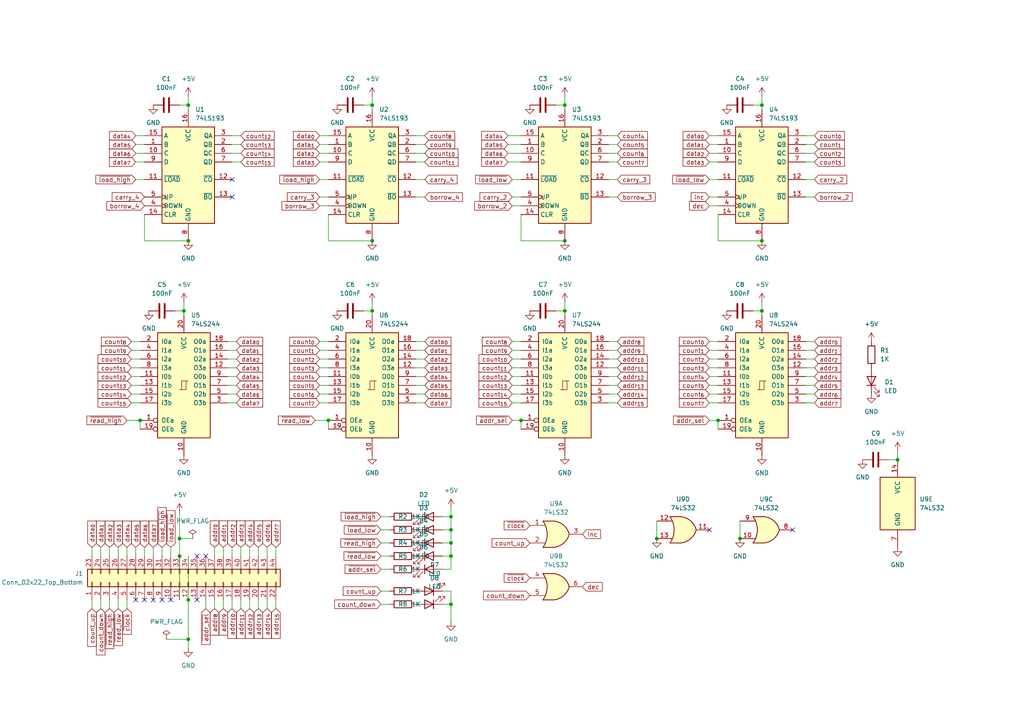
<source format=kicad_sch>
(kicad_sch (version 20250114) (generator "eeschema") (generator_version "9.0")
  (paper "A4")
  (junction (at 95.25 121.92))
  (junction (at 214.63 156.21))
  (junction (at 54.61 173.99))
  (junction (at 130.81 175.26))
  (junction (at 53.34 90.17))
  (junction (at 54.61 69.85))
  (junction (at 52.07 161.29))
  (junction (at 130.81 149.86))
  (junction (at 107.95 30.48))
  (junction (at 54.61 185.42))
  (junction (at 220.98 69.85))
  (junction (at 40.64 121.92))
  (junction (at 163.83 90.17))
  (junction (at 220.98 90.17))
  (junction (at 220.98 30.48))
  (junction (at 260.35 133.35))
  (junction (at 208.28 121.92))
  (junction (at 130.81 161.29))
  (junction (at 130.81 157.48))
  (junction (at 163.83 30.48))
  (junction (at 151.13 121.92))
  (junction (at 107.95 69.85))
  (junction (at 130.81 153.67))
  (junction (at 107.95 90.17))
  (junction (at 52.07 156.21))
  (junction (at 190.5 156.21))
  (junction (at 54.61 30.48))
  (junction (at 163.83 69.85))
  (no_connect (at 229.87 153.67))
  (no_connect (at 67.31 52.07))
  (no_connect (at 67.31 57.15))
  (no_connect (at 205.74 153.67))
  (no_connect (at 59.69 161.29))
  (no_connect (at 57.15 173.99))
  (no_connect (at 49.53 173.99))
  (no_connect (at 57.15 161.29))
  (no_connect (at 46.99 173.99))
  (no_connect (at 41.91 173.99))
  (no_connect (at 44.45 173.99))
  (no_connect (at 39.37 173.99))
  (wire (pts (xy 72.39 158.75) (xy 72.39 161.29)))
  (wire (pts (xy 148.59 106.68) (xy 151.13 106.68)))
  (wire (pts (xy 220.98 27.94) (xy 220.98 30.48)))
  (wire (pts (xy 205.74 52.07) (xy 208.28 52.07)))
  (wire (pts (xy 179.07 39.37) (xy 176.53 39.37)))
  (wire (pts (xy 123.19 46.99) (xy 120.65 46.99)))
  (wire (pts (xy 39.37 39.37) (xy 41.91 39.37)))
  (wire (pts (xy 236.22 46.99) (xy 233.68 46.99)))
  (wire (pts (xy 208.28 121.92) (xy 208.28 124.46)))
  (wire (pts (xy 46.99 158.75) (xy 46.99 161.29)))
  (wire (pts (xy 69.85 46.99) (xy 67.31 46.99)))
  (wire (pts (xy 92.71 59.69) (xy 95.25 59.69)))
  (wire (pts (xy 41.91 62.23) (xy 41.91 69.85)))
  (wire (pts (xy 62.23 158.75) (xy 62.23 161.29)))
  (wire (pts (xy 205.74 104.14) (xy 208.28 104.14)))
  (wire (pts (xy 77.47 176.53) (xy 77.47 173.99)))
  (wire (pts (xy 236.22 44.45) (xy 233.68 44.45)))
  (wire (pts (xy 205.74 106.68) (xy 208.28 106.68)))
  (wire (pts (xy 130.81 161.29) (xy 130.81 157.48)))
  (wire (pts (xy 123.19 101.6) (xy 120.65 101.6)))
  (wire (pts (xy 179.07 52.07) (xy 176.53 52.07)))
  (wire (pts (xy 148.59 114.3) (xy 151.13 114.3)))
  (wire (pts (xy 110.49 175.26) (xy 113.03 175.26)))
  (wire (pts (xy 148.59 52.07) (xy 151.13 52.07)))
  (wire (pts (xy 92.71 41.91) (xy 95.25 41.91)))
  (wire (pts (xy 161.29 90.17) (xy 163.83 90.17)))
  (wire (pts (xy 69.85 41.91) (xy 67.31 41.91)))
  (wire (pts (xy 236.22 57.15) (xy 233.68 57.15)))
  (wire (pts (xy 39.37 46.99) (xy 41.91 46.99)))
  (wire (pts (xy 179.07 101.6) (xy 176.53 101.6)))
  (wire (pts (xy 68.58 101.6) (xy 66.04 101.6)))
  (wire (pts (xy 130.81 175.26) (xy 130.81 180.34)))
  (wire (pts (xy 236.22 111.76) (xy 233.68 111.76)))
  (wire (pts (xy 205.74 59.69) (xy 208.28 59.69)))
  (wire (pts (xy 34.29 176.53) (xy 34.29 173.99)))
  (wire (pts (xy 38.1 106.68) (xy 40.64 106.68)))
  (wire (pts (xy 148.59 109.22) (xy 151.13 109.22)))
  (wire (pts (xy 147.32 41.91) (xy 151.13 41.91)))
  (wire (pts (xy 148.59 57.15) (xy 151.13 57.15)))
  (wire (pts (xy 54.61 30.48) (xy 54.61 31.75)))
  (wire (pts (xy 179.07 46.99) (xy 176.53 46.99)))
  (wire (pts (xy 190.5 151.13) (xy 190.5 156.21)))
  (wire (pts (xy 128.27 153.67) (xy 130.81 153.67)))
  (wire (pts (xy 68.58 116.84) (xy 66.04 116.84)))
  (wire (pts (xy 123.19 106.68) (xy 120.65 106.68)))
  (wire (pts (xy 54.61 27.94) (xy 54.61 30.48)))
  (wire (pts (xy 52.07 161.29) (xy 52.07 173.99)))
  (wire (pts (xy 64.77 176.53) (xy 64.77 173.99)))
  (wire (pts (xy 148.59 121.92) (xy 151.13 121.92)))
  (wire (pts (xy 38.1 109.22) (xy 40.64 109.22)))
  (wire (pts (xy 67.31 176.53) (xy 67.31 173.99)))
  (wire (pts (xy 54.61 173.99) (xy 54.61 185.42)))
  (wire (pts (xy 68.58 111.76) (xy 66.04 111.76)))
  (wire (pts (xy 74.93 176.53) (xy 74.93 173.99)))
  (wire (pts (xy 50.8 90.17) (xy 53.34 90.17)))
  (wire (pts (xy 92.71 116.84) (xy 95.25 116.84)))
  (wire (pts (xy 163.83 30.48) (xy 163.83 31.75)))
  (wire (pts (xy 92.71 114.3) (xy 95.25 114.3)))
  (wire (pts (xy 179.07 106.68) (xy 176.53 106.68)))
  (wire (pts (xy 130.81 171.45) (xy 130.81 175.26)))
  (wire (pts (xy 52.07 156.21) (xy 55.88 156.21)))
  (wire (pts (xy 130.81 165.1) (xy 130.81 161.29)))
  (wire (pts (xy 48.26 185.42) (xy 54.61 185.42)))
  (wire (pts (xy 151.13 69.85) (xy 163.83 69.85)))
  (wire (pts (xy 123.19 109.22) (xy 120.65 109.22)))
  (wire (pts (xy 68.58 104.14) (xy 66.04 104.14)))
  (wire (pts (xy 123.19 52.07) (xy 120.65 52.07)))
  (wire (pts (xy 147.32 46.99) (xy 151.13 46.99)))
  (wire (pts (xy 26.67 176.53) (xy 26.67 173.99)))
  (wire (pts (xy 38.1 114.3) (xy 40.64 114.3)))
  (wire (pts (xy 40.64 121.92) (xy 40.64 124.46)))
  (wire (pts (xy 29.21 158.75) (xy 29.21 161.29)))
  (wire (pts (xy 38.1 111.76) (xy 40.64 111.76)))
  (wire (pts (xy 128.27 161.29) (xy 130.81 161.29)))
  (wire (pts (xy 123.19 111.76) (xy 120.65 111.76)))
  (wire (pts (xy 107.95 87.63) (xy 107.95 90.17)))
  (wire (pts (xy 130.81 153.67) (xy 130.81 149.86)))
  (wire (pts (xy 92.71 52.07) (xy 95.25 52.07)))
  (wire (pts (xy 205.74 39.37) (xy 208.28 39.37)))
  (wire (pts (xy 52.07 156.21) (xy 52.07 161.29)))
  (wire (pts (xy 123.19 99.06) (xy 120.65 99.06)))
  (wire (pts (xy 179.07 104.14) (xy 176.53 104.14)))
  (wire (pts (xy 236.22 109.22) (xy 233.68 109.22)))
  (wire (pts (xy 26.67 158.75) (xy 26.67 161.29)))
  (wire (pts (xy 107.95 27.94) (xy 107.95 30.48)))
  (wire (pts (xy 205.74 41.91) (xy 208.28 41.91)))
  (wire (pts (xy 130.81 149.86) (xy 130.81 147.32)))
  (wire (pts (xy 67.31 158.75) (xy 67.31 161.29)))
  (wire (pts (xy 68.58 114.3) (xy 66.04 114.3)))
  (wire (pts (xy 128.27 165.1) (xy 130.81 165.1)))
  (wire (pts (xy 205.74 121.92) (xy 208.28 121.92)))
  (wire (pts (xy 260.35 130.81) (xy 260.35 133.35)))
  (wire (pts (xy 36.83 176.53) (xy 36.83 173.99)))
  (wire (pts (xy 110.49 165.1) (xy 113.03 165.1)))
  (wire (pts (xy 208.28 62.23) (xy 208.28 69.85)))
  (wire (pts (xy 41.91 158.75) (xy 41.91 161.29)))
  (wire (pts (xy 52.07 30.48) (xy 54.61 30.48)))
  (wire (pts (xy 69.85 158.75) (xy 69.85 161.29)))
  (wire (pts (xy 163.83 90.17) (xy 163.83 91.44)))
  (wire (pts (xy 110.49 171.45) (xy 113.03 171.45)))
  (wire (pts (xy 123.19 39.37) (xy 120.65 39.37)))
  (wire (pts (xy 123.19 116.84) (xy 120.65 116.84)))
  (wire (pts (xy 105.41 30.48) (xy 107.95 30.48)))
  (wire (pts (xy 220.98 90.17) (xy 220.98 91.44)))
  (wire (pts (xy 95.25 69.85) (xy 107.95 69.85)))
  (wire (pts (xy 91.44 121.92) (xy 95.25 121.92)))
  (wire (pts (xy 110.49 149.86) (xy 113.03 149.86)))
  (wire (pts (xy 236.22 99.06) (xy 233.68 99.06)))
  (wire (pts (xy 236.22 106.68) (xy 233.68 106.68)))
  (wire (pts (xy 64.77 158.75) (xy 64.77 161.29)))
  (wire (pts (xy 29.21 176.53) (xy 29.21 173.99)))
  (wire (pts (xy 218.44 30.48) (xy 220.98 30.48)))
  (wire (pts (xy 59.69 176.53) (xy 59.69 173.99)))
  (wire (pts (xy 163.83 87.63) (xy 163.83 90.17)))
  (wire (pts (xy 236.22 101.6) (xy 233.68 101.6)))
  (wire (pts (xy 236.22 104.14) (xy 233.68 104.14)))
  (wire (pts (xy 205.74 57.15) (xy 208.28 57.15)))
  (wire (pts (xy 110.49 161.29) (xy 113.03 161.29)))
  (wire (pts (xy 41.91 69.85) (xy 54.61 69.85)))
  (wire (pts (xy 39.37 52.07) (xy 41.91 52.07)))
  (wire (pts (xy 161.29 30.48) (xy 163.83 30.48)))
  (wire (pts (xy 123.19 57.15) (xy 120.65 57.15)))
  (wire (pts (xy 163.83 27.94) (xy 163.83 30.48)))
  (wire (pts (xy 151.13 121.92) (xy 151.13 124.46)))
  (wire (pts (xy 208.28 69.85) (xy 220.98 69.85)))
  (wire (pts (xy 148.59 59.69) (xy 151.13 59.69)))
  (wire (pts (xy 107.95 30.48) (xy 107.95 31.75)))
  (wire (pts (xy 236.22 116.84) (xy 233.68 116.84)))
  (wire (pts (xy 39.37 44.45) (xy 41.91 44.45)))
  (wire (pts (xy 68.58 99.06) (xy 66.04 99.06)))
  (wire (pts (xy 205.74 101.6) (xy 208.28 101.6)))
  (wire (pts (xy 80.01 176.53) (xy 80.01 173.99)))
  (wire (pts (xy 257.81 133.35) (xy 260.35 133.35)))
  (wire (pts (xy 179.07 44.45) (xy 176.53 44.45)))
  (wire (pts (xy 49.53 158.75) (xy 49.53 161.29)))
  (wire (pts (xy 92.71 46.99) (xy 95.25 46.99)))
  (wire (pts (xy 53.34 90.17) (xy 53.34 91.44)))
  (wire (pts (xy 92.71 44.45) (xy 95.25 44.45)))
  (wire (pts (xy 179.07 114.3) (xy 176.53 114.3)))
  (wire (pts (xy 77.47 158.75) (xy 77.47 161.29)))
  (wire (pts (xy 44.45 158.75) (xy 44.45 161.29)))
  (wire (pts (xy 92.71 104.14) (xy 95.25 104.14)))
  (wire (pts (xy 151.13 62.23) (xy 151.13 69.85)))
  (wire (pts (xy 179.07 99.06) (xy 176.53 99.06)))
  (wire (pts (xy 105.41 90.17) (xy 107.95 90.17)))
  (wire (pts (xy 123.19 41.91) (xy 120.65 41.91)))
  (wire (pts (xy 69.85 176.53) (xy 69.85 173.99)))
  (wire (pts (xy 92.71 57.15) (xy 95.25 57.15)))
  (wire (pts (xy 148.59 104.14) (xy 151.13 104.14)))
  (wire (pts (xy 123.19 104.14) (xy 120.65 104.14)))
  (wire (pts (xy 236.22 39.37) (xy 233.68 39.37)))
  (wire (pts (xy 148.59 111.76) (xy 151.13 111.76)))
  (wire (pts (xy 128.27 171.45) (xy 130.81 171.45)))
  (wire (pts (xy 69.85 44.45) (xy 67.31 44.45)))
  (wire (pts (xy 179.07 41.91) (xy 176.53 41.91)))
  (wire (pts (xy 205.74 116.84) (xy 208.28 116.84)))
  (wire (pts (xy 123.19 44.45) (xy 120.65 44.45)))
  (wire (pts (xy 54.61 161.29) (xy 54.61 173.99)))
  (wire (pts (xy 107.95 90.17) (xy 107.95 91.44)))
  (wire (pts (xy 205.74 99.06) (xy 208.28 99.06)))
  (wire (pts (xy 69.85 39.37) (xy 67.31 39.37)))
  (wire (pts (xy 92.71 111.76) (xy 95.25 111.76)))
  (wire (pts (xy 95.25 121.92) (xy 95.25 124.46)))
  (wire (pts (xy 123.19 114.3) (xy 120.65 114.3)))
  (wire (pts (xy 31.75 158.75) (xy 31.75 161.29)))
  (wire (pts (xy 36.83 121.92) (xy 40.64 121.92)))
  (wire (pts (xy 39.37 41.91) (xy 41.91 41.91)))
  (wire (pts (xy 205.74 109.22) (xy 208.28 109.22)))
  (wire (pts (xy 38.1 99.06) (xy 40.64 99.06)))
  (wire (pts (xy 62.23 176.53) (xy 62.23 173.99)))
  (wire (pts (xy 36.83 158.75) (xy 36.83 161.29)))
  (wire (pts (xy 214.63 151.13) (xy 214.63 156.21)))
  (wire (pts (xy 220.98 30.48) (xy 220.98 31.75)))
  (wire (pts (xy 236.22 114.3) (xy 233.68 114.3)))
  (wire (pts (xy 31.75 176.53) (xy 31.75 173.99)))
  (wire (pts (xy 128.27 175.26) (xy 130.81 175.26)))
  (wire (pts (xy 92.71 99.06) (xy 95.25 99.06)))
  (wire (pts (xy 236.22 41.91) (xy 233.68 41.91)))
  (wire (pts (xy 205.74 46.99) (xy 208.28 46.99)))
  (wire (pts (xy 68.58 106.68) (xy 66.04 106.68)))
  (wire (pts (xy 72.39 176.53) (xy 72.39 173.99)))
  (wire (pts (xy 218.44 90.17) (xy 220.98 90.17)))
  (wire (pts (xy 38.1 101.6) (xy 40.64 101.6)))
  (wire (pts (xy 39.37 158.75) (xy 39.37 161.29)))
  (wire (pts (xy 148.59 101.6) (xy 151.13 101.6)))
  (wire (pts (xy 68.58 109.22) (xy 66.04 109.22)))
  (wire (pts (xy 52.07 156.21) (xy 52.07 148.59)))
  (wire (pts (xy 92.71 109.22) (xy 95.25 109.22)))
  (wire (pts (xy 148.59 99.06) (xy 151.13 99.06)))
  (wire (pts (xy 80.01 158.75) (xy 80.01 161.29)))
  (wire (pts (xy 179.07 109.22) (xy 176.53 109.22)))
  (wire (pts (xy 128.27 149.86) (xy 130.81 149.86)))
  (wire (pts (xy 128.27 157.48) (xy 130.81 157.48)))
  (wire (pts (xy 220.98 87.63) (xy 220.98 90.17)))
  (wire (pts (xy 38.1 104.14) (xy 40.64 104.14)))
  (wire (pts (xy 74.93 158.75) (xy 74.93 161.29)))
  (wire (pts (xy 54.61 187.96) (xy 54.61 185.42)))
  (wire (pts (xy 92.71 101.6) (xy 95.25 101.6)))
  (wire (pts (xy 205.74 44.45) (xy 208.28 44.45)))
  (wire (pts (xy 205.74 114.3) (xy 208.28 114.3)))
  (wire (pts (xy 236.22 52.07) (xy 233.68 52.07)))
  (wire (pts (xy 179.07 116.84) (xy 176.53 116.84)))
  (wire (pts (xy 179.07 57.15) (xy 176.53 57.15)))
  (wire (pts (xy 95.25 62.23) (xy 95.25 69.85)))
  (wire (pts (xy 38.1 116.84) (xy 40.64 116.84)))
  (wire (pts (xy 92.71 106.68) (xy 95.25 106.68)))
  (wire (pts (xy 92.71 39.37) (xy 95.25 39.37)))
  (wire (pts (xy 110.49 153.67) (xy 113.03 153.67)))
  (wire (pts (xy 53.34 87.63) (xy 53.34 90.17)))
  (wire (pts (xy 34.29 158.75) (xy 34.29 161.29)))
  (wire (pts (xy 148.59 116.84) (xy 151.13 116.84)))
  (wire (pts (xy 147.32 39.37) (xy 151.13 39.37)))
  (wire (pts (xy 130.81 157.48) (xy 130.81 153.67)))
  (wire (pts (xy 179.07 111.76) (xy 176.53 111.76)))
  (wire (pts (xy 147.32 44.45) (xy 151.13 44.45)))
  (wire (pts (xy 110.49 157.48) (xy 113.03 157.48)))
  (wire (pts (xy 205.74 111.76) (xy 208.28 111.76)))
  (global_label "addr_{15}" (shape input) (at 179.07 116.84 0) (property "Intersheetrefs" "${INTERSHEET_REFS}" (effects (hide yes))))
  (global_label "borrow_4" (shape input) (at 41.91 59.69 180) (property "Intersheetrefs" "${INTERSHEET_REFS}" (effects (hide yes))))
  (global_label "borrow_4" (shape input) (at 123.19 57.15 0) (property "Intersheetrefs" "${INTERSHEET_REFS}" (effects (hide yes))))
  (global_label "count_{7}" (shape input) (at 179.07 46.99 0) (property "Intersheetrefs" "${INTERSHEET_REFS}" (effects (hide yes))))
  (global_label "data_{4}" (shape input) (at 68.58 109.22 0) (property "Intersheetrefs" "${INTERSHEET_REFS}" (effects (hide yes))))
  (global_label "count_{2}" (shape input) (at 205.74 104.14 180) (property "Intersheetrefs" "${INTERSHEET_REFS}" (effects (hide yes))))
  (global_label "count_{11}" (shape input) (at 148.59 106.68 180) (property "Intersheetrefs" "${INTERSHEET_REFS}" (effects (hide yes))))
  (global_label "data_{4}" (shape input) (at 36.83 158.75 90) (property "Intersheetrefs" "${INTERSHEET_REFS}" (effects (hide yes))))
  (global_label "carry_4" (shape input) (at 123.19 52.07 0) (property "Intersheetrefs" "${INTERSHEET_REFS}" (effects (hide yes))))
  (global_label "data_{3}" (shape input) (at 123.19 106.68 0) (property "Intersheetrefs" "${INTERSHEET_REFS}" (effects (hide yes))))
  (global_label "addr_{9}" (shape input) (at 64.77 176.53 270) (property "Intersheetrefs" "${INTERSHEET_REFS}" (effects (hide yes))))
  (global_label "data_{1}" (shape input) (at 92.71 41.91 180) (property "Intersheetrefs" "${INTERSHEET_REFS}" (effects (hide yes))))
  (global_label "count_down" (shape input) (at 153.67 172.72 180) (property "Intersheetrefs" "${INTERSHEET_REFS}" (effects (hide yes))))
  (global_label "~{clock}" (shape input) (at 36.83 176.53 270) (property "Intersheetrefs" "${INTERSHEET_REFS}" (effects (hide yes))))
  (global_label "addr_{11}" (shape input) (at 179.07 106.68 0) (property "Intersheetrefs" "${INTERSHEET_REFS}" (effects (hide yes))))
  (global_label "addr_{2}" (shape input) (at 236.22 104.14 0) (property "Intersheetrefs" "${INTERSHEET_REFS}" (effects (hide yes))))
  (global_label "addr_{14}" (shape input) (at 179.07 114.3 0) (property "Intersheetrefs" "${INTERSHEET_REFS}" (effects (hide yes))))
  (global_label "count_{14}" (shape input) (at 148.59 114.3 180) (property "Intersheetrefs" "${INTERSHEET_REFS}" (effects (hide yes))))
  (global_label "addr_{13}" (shape input) (at 179.07 111.76 0) (property "Intersheetrefs" "${INTERSHEET_REFS}" (effects (hide yes))))
  (global_label "data_{3}" (shape input) (at 92.71 46.99 180) (property "Intersheetrefs" "${INTERSHEET_REFS}" (effects (hide yes))))
  (global_label "data_{2}" (shape input) (at 92.71 44.45 180) (property "Intersheetrefs" "${INTERSHEET_REFS}" (effects (hide yes))))
  (global_label "addr_{11}" (shape input) (at 69.85 176.53 270) (property "Intersheetrefs" "${INTERSHEET_REFS}" (effects (hide yes))))
  (global_label "count_{1}" (shape input) (at 205.74 101.6 180) (property "Intersheetrefs" "${INTERSHEET_REFS}" (effects (hide yes))))
  (global_label "count_{0}" (shape input) (at 92.71 99.06 180) (property "Intersheetrefs" "${INTERSHEET_REFS}" (effects (hide yes))))
  (global_label "carry_2" (shape input) (at 148.59 57.15 180) (property "Intersheetrefs" "${INTERSHEET_REFS}" (effects (hide yes))))
  (global_label "addr_{0}" (shape input) (at 236.22 99.06 0) (property "Intersheetrefs" "${INTERSHEET_REFS}" (effects (hide yes))))
  (global_label "count_{15}" (shape input) (at 69.85 46.99 0) (property "Intersheetrefs" "${INTERSHEET_REFS}" (effects (hide yes))))
  (global_label "count_{4}" (shape input) (at 179.07 39.37 0) (property "Intersheetrefs" "${INTERSHEET_REFS}" (effects (hide yes))))
  (global_label "count_{8}" (shape input) (at 38.1 99.06 180) (property "Intersheetrefs" "${INTERSHEET_REFS}" (effects (hide yes))))
  (global_label "addr_{9}" (shape input) (at 179.07 101.6 0) (property "Intersheetrefs" "${INTERSHEET_REFS}" (effects (hide yes))))
  (global_label "~{load_high}" (shape input) (at 46.99 158.75 90) (property "Intersheetrefs" "${INTERSHEET_REFS}" (effects (hide yes))))
  (global_label "count_down" (shape input) (at 110.49 175.26 180) (property "Intersheetrefs" "${INTERSHEET_REFS}" (effects (hide yes))))
  (global_label "~{read_high}" (shape input) (at 110.49 157.48 180) (property "Intersheetrefs" "${INTERSHEET_REFS}" (effects (hide yes))))
  (global_label "addr_{0}" (shape input) (at 62.23 158.75 90) (property "Intersheetrefs" "${INTERSHEET_REFS}" (effects (hide yes))))
  (global_label "~{read_low}" (shape input) (at 34.29 176.53 270) (property "Intersheetrefs" "${INTERSHEET_REFS}" (effects (hide yes))))
  (global_label "count_{5}" (shape input) (at 92.71 111.76 180) (property "Intersheetrefs" "${INTERSHEET_REFS}" (effects (hide yes))))
  (global_label "data_{2}" (shape input) (at 205.74 44.45 180) (property "Intersheetrefs" "${INTERSHEET_REFS}" (effects (hide yes))))
  (global_label "count_{11}" (shape input) (at 123.19 46.99 0) (property "Intersheetrefs" "${INTERSHEET_REFS}" (effects (hide yes))))
  (global_label "addr_{12}" (shape input) (at 72.39 176.53 270) (property "Intersheetrefs" "${INTERSHEET_REFS}" (effects (hide yes))))
  (global_label "data_{5}" (shape input) (at 39.37 41.91 180) (property "Intersheetrefs" "${INTERSHEET_REFS}" (effects (hide yes))))
  (global_label "count_{3}" (shape input) (at 92.71 106.68 180) (property "Intersheetrefs" "${INTERSHEET_REFS}" (effects (hide yes))))
  (global_label "data_{3}" (shape input) (at 205.74 46.99 180) (property "Intersheetrefs" "${INTERSHEET_REFS}" (effects (hide yes))))
  (global_label "~{read_high}" (shape input) (at 31.75 176.53 270) (property "Intersheetrefs" "${INTERSHEET_REFS}" (effects (hide yes))))
  (global_label "count_{3}" (shape input) (at 205.74 106.68 180) (property "Intersheetrefs" "${INTERSHEET_REFS}" (effects (hide yes))))
  (global_label "~{load_high}" (shape input) (at 39.37 52.07 180) (property "Intersheetrefs" "${INTERSHEET_REFS}" (effects (hide yes))))
  (global_label "data_{2}" (shape input) (at 68.58 104.14 0) (property "Intersheetrefs" "${INTERSHEET_REFS}" (effects (hide yes))))
  (global_label "count_{14}" (shape input) (at 38.1 114.3 180) (property "Intersheetrefs" "${INTERSHEET_REFS}" (effects (hide yes))))
  (global_label "count_{13}" (shape input) (at 148.59 111.76 180) (property "Intersheetrefs" "${INTERSHEET_REFS}" (effects (hide yes))))
  (global_label "~{addr_sel}" (shape input) (at 110.49 165.1 180) (property "Intersheetrefs" "${INTERSHEET_REFS}" (effects (hide yes))))
  (global_label "addr_{6}" (shape input) (at 236.22 114.3 0) (property "Intersheetrefs" "${INTERSHEET_REFS}" (effects (hide yes))))
  (global_label "addr_{7}" (shape input) (at 236.22 116.84 0) (property "Intersheetrefs" "${INTERSHEET_REFS}" (effects (hide yes))))
  (global_label "data_{6}" (shape input) (at 68.58 114.3 0) (property "Intersheetrefs" "${INTERSHEET_REFS}" (effects (hide yes))))
  (global_label "data_{6}" (shape input) (at 147.32 44.45 180) (property "Intersheetrefs" "${INTERSHEET_REFS}" (effects (hide yes))))
  (global_label "count_{10}" (shape input) (at 123.19 44.45 0) (property "Intersheetrefs" "${INTERSHEET_REFS}" (effects (hide yes))))
  (global_label "data_{0}" (shape input) (at 92.71 39.37 180) (property "Intersheetrefs" "${INTERSHEET_REFS}" (effects (hide yes))))
  (global_label "count_{9}" (shape input) (at 38.1 101.6 180) (property "Intersheetrefs" "${INTERSHEET_REFS}" (effects (hide yes))))
  (global_label "count_{9}" (shape input) (at 148.59 101.6 180) (property "Intersheetrefs" "${INTERSHEET_REFS}" (effects (hide yes))))
  (global_label "addr_{4}" (shape input) (at 236.22 109.22 0) (property "Intersheetrefs" "${INTERSHEET_REFS}" (effects (hide yes))))
  (global_label "data_{1}" (shape input) (at 29.21 158.75 90) (property "Intersheetrefs" "${INTERSHEET_REFS}" (effects (hide yes))))
  (global_label "addr_{12}" (shape input) (at 179.07 109.22 0) (property "Intersheetrefs" "${INTERSHEET_REFS}" (effects (hide yes))))
  (global_label "data_{4}" (shape input) (at 147.32 39.37 180) (property "Intersheetrefs" "${INTERSHEET_REFS}" (effects (hide yes))))
  (global_label "addr_{14}" (shape input) (at 77.47 176.53 270) (property "Intersheetrefs" "${INTERSHEET_REFS}" (effects (hide yes))))
  (global_label "data_{0}" (shape input) (at 205.74 39.37 180) (property "Intersheetrefs" "${INTERSHEET_REFS}" (effects (hide yes))))
  (global_label "~{read_high}" (shape input) (at 36.83 121.92 180) (property "Intersheetrefs" "${INTERSHEET_REFS}" (effects (hide yes))))
  (global_label "data_{6}" (shape input) (at 39.37 44.45 180) (property "Intersheetrefs" "${INTERSHEET_REFS}" (effects (hide yes))))
  (global_label "count_up" (shape input) (at 26.67 176.53 270) (property "Intersheetrefs" "${INTERSHEET_REFS}" (effects (hide yes))))
  (global_label "addr_{1}" (shape input) (at 64.77 158.75 90) (property "Intersheetrefs" "${INTERSHEET_REFS}" (effects (hide yes))))
  (global_label "data_{5}" (shape input) (at 123.19 111.76 0) (property "Intersheetrefs" "${INTERSHEET_REFS}" (effects (hide yes))))
  (global_label "data_{7}" (shape input) (at 68.58 116.84 0) (property "Intersheetrefs" "${INTERSHEET_REFS}" (effects (hide yes))))
  (global_label "data_{5}" (shape input) (at 39.37 158.75 90) (property "Intersheetrefs" "${INTERSHEET_REFS}" (effects (hide yes))))
  (global_label "addr_{5}" (shape input) (at 74.93 158.75 90) (property "Intersheetrefs" "${INTERSHEET_REFS}" (effects (hide yes))))
  (global_label "count_{6}" (shape input) (at 205.74 114.3 180) (property "Intersheetrefs" "${INTERSHEET_REFS}" (effects (hide yes))))
  (global_label "addr_{15}" (shape input) (at 80.01 176.53 270) (property "Intersheetrefs" "${INTERSHEET_REFS}" (effects (hide yes))))
  (global_label "inc" (shape input) (at 205.74 57.15 180) (property "Intersheetrefs" "${INTERSHEET_REFS}" (effects (hide yes))))
  (global_label "~{read_low}" (shape input) (at 110.49 161.29 180) (property "Intersheetrefs" "${INTERSHEET_REFS}" (effects (hide yes))))
  (global_label "~{read_low}" (shape input) (at 91.44 121.92 180) (property "Intersheetrefs" "${INTERSHEET_REFS}" (effects (hide yes))))
  (global_label "count_{10}" (shape input) (at 148.59 104.14 180) (property "Intersheetrefs" "${INTERSHEET_REFS}" (effects (hide yes))))
  (global_label "addr_{2}" (shape input) (at 67.31 158.75 90) (property "Intersheetrefs" "${INTERSHEET_REFS}" (effects (hide yes))))
  (global_label "data_{5}" (shape input) (at 147.32 41.91 180) (property "Intersheetrefs" "${INTERSHEET_REFS}" (effects (hide yes))))
  (global_label "count_{8}" (shape input) (at 148.59 99.06 180) (property "Intersheetrefs" "${INTERSHEET_REFS}" (effects (hide yes))))
  (global_label "borrow_2" (shape input) (at 148.59 59.69 180) (property "Intersheetrefs" "${INTERSHEET_REFS}" (effects (hide yes))))
  (global_label "~{clock}" (shape input) (at 153.67 167.64 180) (property "Intersheetrefs" "${INTERSHEET_REFS}" (effects (hide yes))))
  (global_label "count_{12}" (shape input) (at 148.59 109.22 180) (property "Intersheetrefs" "${INTERSHEET_REFS}" (effects (hide yes))))
  (global_label "count_{6}" (shape input) (at 92.71 114.3 180) (property "Intersheetrefs" "${INTERSHEET_REFS}" (effects (hide yes))))
  (global_label "count_{0}" (shape input) (at 236.22 39.37 0) (property "Intersheetrefs" "${INTERSHEET_REFS}" (effects (hide yes))))
  (global_label "addr_{8}" (shape input) (at 62.23 176.53 270) (property "Intersheetrefs" "${INTERSHEET_REFS}" (effects (hide yes))))
  (global_label "count_{7}" (shape input) (at 92.71 116.84 180) (property "Intersheetrefs" "${INTERSHEET_REFS}" (effects (hide yes))))
  (global_label "data_{7}" (shape input) (at 123.19 116.84 0) (property "Intersheetrefs" "${INTERSHEET_REFS}" (effects (hide yes))))
  (global_label "count_{9}" (shape input) (at 123.19 41.91 0) (property "Intersheetrefs" "${INTERSHEET_REFS}" (effects (hide yes))))
  (global_label "count_{6}" (shape input) (at 179.07 44.45 0) (property "Intersheetrefs" "${INTERSHEET_REFS}" (effects (hide yes))))
  (global_label "addr_{3}" (shape input) (at 69.85 158.75 90) (property "Intersheetrefs" "${INTERSHEET_REFS}" (effects (hide yes))))
  (global_label "data_{1}" (shape input) (at 123.19 101.6 0) (property "Intersheetrefs" "${INTERSHEET_REFS}" (effects (hide yes))))
  (global_label "data_{7}" (shape input) (at 39.37 46.99 180) (property "Intersheetrefs" "${INTERSHEET_REFS}" (effects (hide yes))))
  (global_label "count_{7}" (shape input) (at 205.74 116.84 180) (property "Intersheetrefs" "${INTERSHEET_REFS}" (effects (hide yes))))
  (global_label "count_{14}" (shape input) (at 69.85 44.45 0) (property "Intersheetrefs" "${INTERSHEET_REFS}" (effects (hide yes))))
  (global_label "count_up" (shape input) (at 153.67 157.48 180) (property "Intersheetrefs" "${INTERSHEET_REFS}" (effects (hide yes))))
  (global_label "addr_{4}" (shape input) (at 72.39 158.75 90) (property "Intersheetrefs" "${INTERSHEET_REFS}" (effects (hide yes))))
  (global_label "~{addr_sel}" (shape input) (at 59.69 176.53 270) (property "Intersheetrefs" "${INTERSHEET_REFS}" (effects (hide yes))))
  (global_label "data_{2}" (shape input) (at 123.19 104.14 0) (property "Intersheetrefs" "${INTERSHEET_REFS}" (effects (hide yes))))
  (global_label "dec" (shape input) (at 168.91 170.18 0) (property "Intersheetrefs" "${INTERSHEET_REFS}" (effects (hide yes))))
  (global_label "borrow_2" (shape input) (at 236.22 57.15 0) (property "Intersheetrefs" "${INTERSHEET_REFS}" (effects (hide yes))))
  (global_label "data_{7}" (shape input) (at 44.45 158.75 90) (property "Intersheetrefs" "${INTERSHEET_REFS}" (effects (hide yes))))
  (global_label "count_down" (shape input) (at 29.21 176.53 270) (property "Intersheetrefs" "${INTERSHEET_REFS}" (effects (hide yes))))
  (global_label "count_{11}" (shape input) (at 38.1 106.68 180) (property "Intersheetrefs" "${INTERSHEET_REFS}" (effects (hide yes))))
  (global_label "addr_{10}" (shape input) (at 179.07 104.14 0) (property "Intersheetrefs" "${INTERSHEET_REFS}" (effects (hide yes))))
  (global_label "count_{12}" (shape input) (at 38.1 109.22 180) (property "Intersheetrefs" "${INTERSHEET_REFS}" (effects (hide yes))))
  (global_label "borrow_3" (shape input) (at 179.07 57.15 0) (property "Intersheetrefs" "${INTERSHEET_REFS}" (effects (hide yes))))
  (global_label "~{load_high}" (shape input) (at 110.49 149.86 180) (property "Intersheetrefs" "${INTERSHEET_REFS}" (effects (hide yes))))
  (global_label "carry_3" (shape input) (at 179.07 52.07 0) (property "Intersheetrefs" "${INTERSHEET_REFS}" (effects (hide yes))))
  (global_label "data_{4}" (shape input) (at 39.37 39.37 180) (property "Intersheetrefs" "${INTERSHEET_REFS}" (effects (hide yes))))
  (global_label "count_{12}" (shape input) (at 69.85 39.37 0) (property "Intersheetrefs" "${INTERSHEET_REFS}" (effects (hide yes))))
  (global_label "count_{15}" (shape input) (at 38.1 116.84 180) (property "Intersheetrefs" "${INTERSHEET_REFS}" (effects (hide yes))))
  (global_label "count_{2}" (shape input) (at 236.22 44.45 0) (property "Intersheetrefs" "${INTERSHEET_REFS}" (effects (hide yes))))
  (global_label "data_{0}" (shape input) (at 68.58 99.06 0) (property "Intersheetrefs" "${INTERSHEET_REFS}" (effects (hide yes))))
  (global_label "count_{4}" (shape input) (at 92.71 109.22 180) (property "Intersheetrefs" "${INTERSHEET_REFS}" (effects (hide yes))))
  (global_label "data_{0}" (shape input) (at 123.19 99.06 0) (property "Intersheetrefs" "${INTERSHEET_REFS}" (effects (hide yes))))
  (global_label "data_{2}" (shape input) (at 31.75 158.75 90) (property "Intersheetrefs" "${INTERSHEET_REFS}" (effects (hide yes))))
  (global_label "~{load_low}" (shape input) (at 49.53 158.75 90) (property "Intersheetrefs" "${INTERSHEET_REFS}" (effects (hide yes))))
  (global_label "addr_{1}" (shape input) (at 236.22 101.6 0) (property "Intersheetrefs" "${INTERSHEET_REFS}" (effects (hide yes))))
  (global_label "~{clock}" (shape input) (at 153.67 152.4 180) (property "Intersheetrefs" "${INTERSHEET_REFS}" (effects (hide yes))))
  (global_label "~{load_low}" (shape input) (at 148.59 52.07 180) (property "Intersheetrefs" "${INTERSHEET_REFS}" (effects (hide yes))))
  (global_label "count_{2}" (shape input) (at 92.71 104.14 180) (property "Intersheetrefs" "${INTERSHEET_REFS}" (effects (hide yes))))
  (global_label "count_{10}" (shape input) (at 38.1 104.14 180) (property "Intersheetrefs" "${INTERSHEET_REFS}" (effects (hide yes))))
  (global_label "data_{3}" (shape input) (at 68.58 106.68 0) (property "Intersheetrefs" "${INTERSHEET_REFS}" (effects (hide yes))))
  (global_label "data_{3}" (shape input) (at 34.29 158.75 90) (property "Intersheetrefs" "${INTERSHEET_REFS}" (effects (hide yes))))
  (global_label "data_{6}" (shape input) (at 41.91 158.75 90) (property "Intersheetrefs" "${INTERSHEET_REFS}" (effects (hide yes))))
  (global_label "addr_{5}" (shape input) (at 236.22 111.76 0) (property "Intersheetrefs" "${INTERSHEET_REFS}" (effects (hide yes))))
  (global_label "data_{5}" (shape input) (at 68.58 111.76 0) (property "Intersheetrefs" "${INTERSHEET_REFS}" (effects (hide yes))))
  (global_label "inc" (shape input) (at 168.91 154.94 0) (property "Intersheetrefs" "${INTERSHEET_REFS}" (effects (hide yes))))
  (global_label "data_{7}" (shape input) (at 147.32 46.99 180) (property "Intersheetrefs" "${INTERSHEET_REFS}" (effects (hide yes))))
  (global_label "addr_{8}" (shape input) (at 179.07 99.06 0) (property "Intersheetrefs" "${INTERSHEET_REFS}" (effects (hide yes))))
  (global_label "data_{1}" (shape input) (at 205.74 41.91 180) (property "Intersheetrefs" "${INTERSHEET_REFS}" (effects (hide yes))))
  (global_label "addr_{6}" (shape input) (at 77.47 158.75 90) (property "Intersheetrefs" "${INTERSHEET_REFS}" (effects (hide yes))))
  (global_label "carry_3" (shape input) (at 92.71 57.15 180) (property "Intersheetrefs" "${INTERSHEET_REFS}" (effects (hide yes))))
  (global_label "count_{1}" (shape input) (at 92.71 101.6 180) (property "Intersheetrefs" "${INTERSHEET_REFS}" (effects (hide yes))))
  (global_label "count_{0}" (shape input) (at 205.74 99.06 180) (property "Intersheetrefs" "${INTERSHEET_REFS}" (effects (hide yes))))
  (global_label "borrow_3" (shape input) (at 92.71 59.69 180) (property "Intersheetrefs" "${INTERSHEET_REFS}" (effects (hide yes))))
  (global_label "data_{4}" (shape input) (at 123.19 109.22 0) (property "Intersheetrefs" "${INTERSHEET_REFS}" (effects (hide yes))))
  (global_label "carry_4" (shape input) (at 41.91 57.15 180) (property "Intersheetrefs" "${INTERSHEET_REFS}" (effects (hide yes))))
  (global_label "count_{8}" (shape input) (at 123.19 39.37 0) (property "Intersheetrefs" "${INTERSHEET_REFS}" (effects (hide yes))))
  (global_label "count_{5}" (shape input) (at 179.07 41.91 0) (property "Intersheetrefs" "${INTERSHEET_REFS}" (effects (hide yes))))
  (global_label "count_up" (shape input) (at 110.49 171.45 180) (property "Intersheetrefs" "${INTERSHEET_REFS}" (effects (hide yes))))
  (global_label "~{load_low}" (shape input) (at 110.49 153.67 180) (property "Intersheetrefs" "${INTERSHEET_REFS}" (effects (hide yes))))
  (global_label "count_{15}" (shape input) (at 148.59 116.84 180) (property "Intersheetrefs" "${INTERSHEET_REFS}" (effects (hide yes))))
  (global_label "~{addr_sel}" (shape input) (at 205.74 121.92 180) (property "Intersheetrefs" "${INTERSHEET_REFS}" (effects (hide yes))))
  (global_label "data_{6}" (shape input) (at 123.19 114.3 0) (property "Intersheetrefs" "${INTERSHEET_REFS}" (effects (hide yes))))
  (global_label "~{load_high}" (shape input) (at 92.71 52.07 180) (property "Intersheetrefs" "${INTERSHEET_REFS}" (effects (hide yes))))
  (global_label "count_{13}" (shape input) (at 38.1 111.76 180) (property "Intersheetrefs" "${INTERSHEET_REFS}" (effects (hide yes))))
  (global_label "addr_{10}" (shape input) (at 67.31 176.53 270) (property "Intersheetrefs" "${INTERSHEET_REFS}" (effects (hide yes))))
  (global_label "~{load_low}" (shape input) (at 205.74 52.07 180) (property "Intersheetrefs" "${INTERSHEET_REFS}" (effects (hide yes))))
  (global_label "dec" (shape input) (at 205.74 59.69 180) (property "Intersheetrefs" "${INTERSHEET_REFS}" (effects (hide yes))))
  (global_label "count_{13}" (shape input) (at 69.85 41.91 0) (property "Intersheetrefs" "${INTERSHEET_REFS}" (effects (hide yes))))
  (global_label "data_{1}" (shape input) (at 68.58 101.6 0) (property "Intersheetrefs" "${INTERSHEET_REFS}" (effects (hide yes))))
  (global_label "addr_{13}" (shape input) (at 74.93 176.53 270) (property "Intersheetrefs" "${INTERSHEET_REFS}" (effects (hide yes))))
  (global_label "count_{3}" (shape input) (at 236.22 46.99 0) (property "Intersheetrefs" "${INTERSHEET_REFS}" (effects (hide yes))))
  (global_label "addr_{7}" (shape input) (at 80.01 158.75 90) (property "Intersheetrefs" "${INTERSHEET_REFS}" (effects (hide yes))))
  (global_label "count_{5}" (shape input) (at 205.74 111.76 180) (property "Intersheetrefs" "${INTERSHEET_REFS}" (effects (hide yes))))
  (global_label "~{addr_sel}" (shape input) (at 148.59 121.92 180) (property "Intersheetrefs" "${INTERSHEET_REFS}" (effects (hide yes))))
  (global_label "count_{4}" (shape input) (at 205.74 109.22 180) (property "Intersheetrefs" "${INTERSHEET_REFS}" (effects (hide yes))))
  (global_label "data_{0}" (shape input) (at 26.67 158.75 90) (property "Intersheetrefs" "${INTERSHEET_REFS}" (effects (hide yes))))
  (global_label "carry_2" (shape input) (at 236.22 52.07 0) (property "Intersheetrefs" "${INTERSHEET_REFS}" (effects (hide yes))))
  (global_label "addr_{3}" (shape input) (at 236.22 106.68 0) (property "Intersheetrefs" "${INTERSHEET_REFS}" (effects (hide yes))))
  (global_label "count_{1}" (shape input) (at 236.22 41.91 0) (property "Intersheetrefs" "${INTERSHEET_REFS}" (effects (hide yes))))
  (symbol (lib_name "GND_1") (lib_id "power:GND") (at 252.73 114.3 0) (unit 1)
    (property "Reference" "#PWR031" (effects (hide yes)))
    (property "Value" "GND" (at 252.73 119.38 0))
    (property "Description" "Power symbol creates a global label with name \"GND\" , ground" (effects (hide yes)))
  )
  (symbol (lib_name "+5V_1") (lib_id "power:+5V") (at 220.98 87.63 0) (unit 1)
    (property "Reference" "#PWR029" (effects (hide yes)))
    (property "Value" "+5V" (at 220.98 82.55 0))
    (property "Description" "Power symbol creates a global label with name \"+5V\"" (effects (hide yes)))
  )
  (symbol (lib_name "GND_1") (lib_id "power:GND") (at 44.45 30.48 0) (unit 1)
    (property "Reference" "#PWR023" (effects (hide yes)))
    (property "Value" "GND" (at 44.45 35.56 0))
    (property "Description" "Power symbol creates a global label with name \"GND\" , ground" (effects (hide yes)))
  )
  (symbol (lib_id "74xx:74LS244") (at 163.83 111.76 0) (unit 1)
    (property "Reference" "U7" (at 165.8494 91.44 0) (effects (justify left)))
    (property "Value" "74LS244" (at 165.8494 93.98 0) (effects (justify left)))
    (property "Footprint" "Package_DIP:SMDIP-20_W7.62mm" (effects (hide yes)))
    (property "Datasheet" "http://www.ti.com/lit/ds/symlink/sn74ls244.pdf" (effects (hide yes)))
  )
  (symbol (lib_id "74xx:74LS32") (at 161.29 154.94 0) (unit 1)
    (property "Reference" "U9" (at 161.29 146.05 0))
    (property "Value" "74LS32" (at 161.29 148.59 0))
    (property "Footprint" "Package_DIP:SMDIP-14_W7.62mm" (effects (hide yes)))
    (property "Datasheet" "http://www.ti.com/lit/gpn/sn74LS32" (effects (hide yes)))
    (property "Description" "Quad 2-input OR" (effects (hide yes)))
  )
  (symbol (lib_name "GND_1") (lib_id "power:GND") (at 97.79 90.17 0) (unit 1)
    (property "Reference" "#PWR019" (effects (hide yes)))
    (property "Value" "GND" (at 97.79 95.25 0))
    (property "Description" "Power symbol creates a global label with name \"GND\" , ground" (effects (hide yes)))
  )
  (symbol (lib_id "Device:C") (at 214.63 30.48 90) (unit 1)
    (property "Reference" "C4" (at 214.63 22.86 90))
    (property "Value" "100nF" (at 214.63 25.4 90))
    (property "Footprint" "Capacitor_SMD:C_1206_3216Metric_Pad1.33x1.80mm_HandSolder" (effects (hide yes)))
  )
  (symbol (lib_name "+5V_1") (lib_id "power:+5V") (at 107.95 87.63 0) (unit 1)
    (property "Reference" "#PWR034" (effects (hide yes)))
    (property "Value" "+5V" (at 107.95 82.55 0))
    (property "Description" "Power symbol creates a global label with name \"+5V\"" (effects (hide yes)))
  )
  (symbol (lib_id "Device:R") (at 116.84 165.1 90) (unit 1)
    (property "Reference" "R6" (at 116.84 165.1 90))
    (property "Value" "1K" (at 120.65 165.1 90))
    (property "Footprint" "Resistor_SMD:R_1206_3216Metric_Pad1.30x1.75mm_HandSolder" (effects (hide yes)))
  )
  (symbol (lib_name "LED_1") (lib_id "Device:LED") (at 252.73 110.49 90) (unit 1)
    (property "Reference" "D1" (at 256.54 110.8074 90) (effects (justify right)))
    (property "Value" "LED" (at 256.54 113.3474 90) (effects (justify right)))
    (property "Footprint" "LED_THT:LED_D5.0mm" (effects (hide yes)))
    (property "Description" "Light emitting diode" (effects (hide yes)))
    (property "Sim.Pins" "1=K 2=A" (effects (hide yes)))
  )
  (symbol (lib_id "74xx:74LS193") (at 220.98 49.53 0) (unit 1)
    (property "Reference" "U4" (at 222.9994 31.75 0) (effects (justify left)))
    (property "Value" "74LS193" (at 222.9994 34.29 0) (effects (justify left)))
    (property "Footprint" "Package_DIP:SMDIP-16_W7.62mm" (effects (hide yes)))
    (property "Datasheet" "http://www.ti.com/lit/ds/symlink/sn74ls193.pdf" (effects (hide yes)))
  )
  (symbol (lib_name "GND_1") (lib_id "power:GND") (at 53.34 132.08 0) (unit 1)
    (property "Reference" "#PWR021" (effects (hide yes)))
    (property "Value" "GND" (at 53.34 137.16 0))
    (property "Description" "Power symbol creates a global label with name \"GND\" , ground" (effects (hide yes)))
  )
  (symbol (lib_name "LED_1") (lib_id "Device:LED") (at 124.46 149.86 0) (unit 1)
    (property "Reference" "D2" (at 122.8725 143.51 0))
    (property "Value" "LED" (at 122.8725 146.05 0))
    (property "Footprint" "LED_THT:LED_D5.0mm" (effects (hide yes)))
    (property "Description" "Light emitting diode" (effects (hide yes)))
    (property "Sim.Pins" "1=K 2=A" (effects (hide yes)))
  )
  (symbol (lib_name "LED_1") (lib_id "Device:LED") (at 124.46 171.45 180) (unit 1)
    (property "Reference" "D7" (at 126.0475 163.83 0))
    (property "Value" "LED" (at 126.0475 166.37 0))
    (property "Footprint" "LED_THT:LED_D5.0mm" (effects (hide yes)))
    (property "Description" "Light emitting diode" (effects (hide yes)))
    (property "Sim.Pins" "1=K 2=A" (effects (hide yes)))
  )
  (symbol (lib_id "Connector_Generic:Conn_02x22_Top_Bottom") (at 52.07 168.91 90) (unit 1)
    (property "Reference" "J1" (at 24.13 166.3699 90) (effects (justify left)))
    (property "Value" "Conn_02x22_Top_Bottom" (at 24.13 168.9099 90) (effects (justify left)))
    (property "Footprint" "edge_connector:edge-connector-44" (effects (hide yes)))
    (property "Description" "Generic connector, double row, 02x22, top/bottom pin numbering scheme (row 1: 1...pins_per_row, row2: pins_per_row+1 ... num_pins), script generated (kicad-library-utils/schlib/autogen/connector/)" (effects (hide yes)))
  )
  (symbol (lib_name "GND_1") (lib_id "power:GND") (at 130.81 180.34 0) (unit 1)
    (property "Reference" "#PWR014" (effects (hide yes)))
    (property "Value" "GND" (at 130.81 185.42 0))
    (property "Description" "Power symbol creates a global label with name \"GND\" , ground" (effects (hide yes)))
  )
  (symbol (lib_name "+5V_1") (lib_id "power:+5V") (at 54.61 27.94 0) (unit 1)
    (property "Reference" "#PWR024" (effects (hide yes)))
    (property "Value" "+5V" (at 54.61 22.86 0))
    (property "Description" "Power symbol creates a global label with name \"+5V\"" (effects (hide yes)))
  )
  (symbol (lib_name "LED_1") (lib_id "Device:LED") (at 124.46 157.48 0) (unit 1)
    (property "Reference" "D4" (at 122.8725 151.13 0))
    (property "Value" "LED" (at 122.8725 153.67 0))
    (property "Footprint" "LED_THT:LED_D5.0mm" (effects (hide yes)))
    (property "Description" "Light emitting diode" (effects (hide yes)))
    (property "Sim.Pins" "1=K 2=A" (effects (hide yes)))
  )
  (symbol (lib_name "+5V_1") (lib_id "power:+5V") (at 252.73 99.06 0) (unit 1)
    (property "Reference" "#PWR028" (effects (hide yes)))
    (property "Value" "+5V" (at 252.73 93.98 0))
    (property "Description" "Power symbol creates a global label with name \"+5V\"" (effects (hide yes)))
  )
  (symbol (lib_name "+5V_1") (lib_id "power:+5V") (at 163.83 27.94 0) (unit 1)
    (property "Reference" "#PWR026" (effects (hide yes)))
    (property "Value" "+5V" (at 163.83 22.86 0))
    (property "Description" "Power symbol creates a global label with name \"+5V\"" (effects (hide yes)))
  )
  (symbol (lib_id "Device:R") (at 252.73 102.87 0) (unit 1)
    (property "Reference" "R1" (at 255.27 101.5999 0) (effects (justify left)))
    (property "Value" "1K" (at 255.27 104.1399 0) (effects (justify left)))
    (property "Footprint" "Resistor_SMD:R_1206_3216Metric_Pad1.30x1.75mm_HandSolder" (effects (hide yes)))
  )
  (symbol (lib_name "PWR_FLAG_1") (lib_id "power:PWR_FLAG") (at 48.26 185.42 0) (unit 1)
    (property "Reference" "#FLG01" (effects (hide yes)))
    (property "Value" "PWR_FLAG" (at 48.26 180.34 0))
    (property "Description" "Special symbol for telling ERC where power comes from" (effects (hide yes)))
  )
  (symbol (lib_name "GND_1") (lib_id "power:GND") (at 153.67 90.17 0) (unit 1)
    (property "Reference" "#PWR011" (effects (hide yes)))
    (property "Value" "GND" (at 153.67 95.25 0))
    (property "Description" "Power symbol creates a global label with name \"GND\" , ground" (effects (hide yes)))
  )
  (symbol (lib_id "Device:C") (at 214.63 90.17 90) (unit 1)
    (property "Reference" "C8" (at 214.63 82.55 90))
    (property "Value" "100nF" (at 214.63 85.09 90))
    (property "Footprint" "Capacitor_SMD:C_1206_3216Metric_Pad1.33x1.80mm_HandSolder" (effects (hide yes)))
  )
  (symbol (lib_id "Device:R") (at 116.84 153.67 90) (unit 1)
    (property "Reference" "R3" (at 116.84 153.67 90))
    (property "Value" "1K" (at 120.65 153.67 90))
    (property "Footprint" "Resistor_SMD:R_1206_3216Metric_Pad1.30x1.75mm_HandSolder" (effects (hide yes)))
  )
  (symbol (lib_name "GND_1") (lib_id "power:GND") (at 97.79 30.48 0) (unit 1)
    (property "Reference" "#PWR022" (effects (hide yes)))
    (property "Value" "GND" (at 97.79 35.56 0))
    (property "Description" "Power symbol creates a global label with name \"GND\" , ground" (effects (hide yes)))
  )
  (symbol (lib_name "GND_1") (lib_id "power:GND") (at 107.95 69.85 0) (unit 1)
    (property "Reference" "#PWR016" (effects (hide yes)))
    (property "Value" "GND" (at 107.95 74.93 0))
    (property "Description" "Power symbol creates a global label with name \"GND\" , ground" (effects (hide yes)))
  )
  (symbol (lib_name "+5V_1") (lib_id "power:+5V") (at 107.95 27.94 0) (unit 1)
    (property "Reference" "#PWR025" (effects (hide yes)))
    (property "Value" "+5V" (at 107.95 22.86 0))
    (property "Description" "Power symbol creates a global label with name \"+5V\"" (effects (hide yes)))
  )
  (symbol (lib_name "LED_1") (lib_id "Device:LED") (at 124.46 165.1 0) (unit 1)
    (property "Reference" "D6" (at 122.8725 158.75 0))
    (property "Value" "LED" (at 122.8725 161.29 0))
    (property "Footprint" "LED_THT:LED_D5.0mm" (effects (hide yes)))
    (property "Description" "Light emitting diode" (effects (hide yes)))
    (property "Sim.Pins" "1=K 2=A" (effects (hide yes)))
  )
  (symbol (lib_name "GND_1") (lib_id "power:GND") (at 163.83 69.85 0) (unit 1)
    (property "Reference" "#PWR09" (effects (hide yes)))
    (property "Value" "GND" (at 163.83 74.93 0))
    (property "Description" "Power symbol creates a global label with name \"GND\" , ground" (effects (hide yes)))
  )
  (symbol (lib_name "LED_1") (lib_id "Device:LED") (at 124.46 161.29 0) (unit 1)
    (property "Reference" "D5" (at 122.8725 154.94 0))
    (property "Value" "LED" (at 122.8725 157.48 0))
    (property "Footprint" "LED_THT:LED_D5.0mm" (effects (hide yes)))
    (property "Description" "Light emitting diode" (effects (hide yes)))
    (property "Sim.Pins" "1=K 2=A" (effects (hide yes)))
  )
  (symbol (lib_name "GND_1") (lib_id "power:GND") (at 107.95 132.08 0) (unit 1)
    (property "Reference" "#PWR020" (effects (hide yes)))
    (property "Value" "GND" (at 107.95 137.16 0))
    (property "Description" "Power symbol creates a global label with name \"GND\" , ground" (effects (hide yes)))
  )
  (symbol (lib_name "+5V_1") (lib_id "power:+5V") (at 220.98 27.94 0) (unit 1)
    (property "Reference" "#PWR027" (effects (hide yes)))
    (property "Value" "+5V" (at 220.98 22.86 0))
    (property "Description" "Power symbol creates a global label with name \"+5V\"" (effects (hide yes)))
  )
  (symbol (lib_id "Device:C") (at 157.48 30.48 90) (unit 1)
    (property "Reference" "C3" (at 157.48 22.86 90))
    (property "Value" "100nF" (at 157.48 25.4 90))
    (property "Footprint" "Capacitor_SMD:C_1206_3216Metric_Pad1.33x1.80mm_HandSolder" (effects (hide yes)))
  )
  (symbol (lib_name "GND_1") (lib_id "power:GND") (at 210.82 90.17 0) (unit 1)
    (property "Reference" "#PWR010" (effects (hide yes)))
    (property "Value" "GND" (at 210.82 95.25 0))
    (property "Description" "Power symbol creates a global label with name \"GND\" , ground" (effects (hide yes)))
  )
  (symbol (lib_id "74xx:74LS32") (at 198.12 153.67 0) (unit 4)
    (property "Reference" "U9" (at 198.12 144.78 0))
    (property "Value" "74LS32" (at 198.12 147.32 0))
    (property "Footprint" "Package_DIP:SMDIP-14_W7.62mm" (effects (hide yes)))
    (property "Datasheet" "http://www.ti.com/lit/gpn/sn74LS32" (effects (hide yes)))
    (property "Description" "Quad 2-input OR" (effects (hide yes)))
  )
  (symbol (lib_name "GND_1") (lib_id "power:GND") (at 43.18 90.17 0) (unit 1)
    (property "Reference" "#PWR018" (effects (hide yes)))
    (property "Value" "GND" (at 43.18 95.25 0))
    (property "Description" "Power symbol creates a global label with name \"GND\" , ground" (effects (hide yes)))
  )
  (symbol (lib_name "GND_1") (lib_id "power:GND") (at 250.19 133.35 0) (unit 1)
    (property "Reference" "#PWR04" (effects (hide yes)))
    (property "Value" "GND" (at 250.19 138.43 0))
    (property "Description" "Power symbol creates a global label with name \"GND\" , ground" (effects (hide yes)))
  )
  (symbol (lib_id "74xx:74LS244") (at 107.95 111.76 0) (unit 1)
    (property "Reference" "U6" (at 109.9694 91.44 0) (effects (justify left)))
    (property "Value" "74LS244" (at 109.9694 93.98 0) (effects (justify left)))
    (property "Footprint" "Package_DIP:SMDIP-20_W7.62mm" (effects (hide yes)))
    (property "Datasheet" "http://www.ti.com/lit/ds/symlink/sn74ls244.pdf" (effects (hide yes)))
  )
  (symbol (lib_name "GND_1") (lib_id "power:GND") (at 210.82 30.48 0) (unit 1)
    (property "Reference" "#PWR07" (effects (hide yes)))
    (property "Value" "GND" (at 210.82 35.56 0))
    (property "Description" "Power symbol creates a global label with name \"GND\" , ground" (effects (hide yes)))
  )
  (symbol (lib_id "Device:C") (at 46.99 90.17 90) (unit 1)
    (property "Reference" "C5" (at 46.99 82.55 90))
    (property "Value" "100nF" (at 46.99 85.09 90))
    (property "Footprint" "Capacitor_SMD:C_1206_3216Metric_Pad1.33x1.80mm_HandSolder" (effects (hide yes)))
  )
  (symbol (lib_id "Device:C") (at 101.6 90.17 90) (unit 1)
    (property "Reference" "C6" (at 101.6 82.55 90))
    (property "Value" "100nF" (at 101.6 85.09 90))
    (property "Footprint" "Capacitor_SMD:C_1206_3216Metric_Pad1.33x1.80mm_HandSolder" (effects (hide yes)))
  )
  (symbol (lib_id "74xx:74LS32") (at 161.29 170.18 0) (unit 2)
    (property "Reference" "U9" (at 161.29 161.29 0))
    (property "Value" "74LS32" (at 161.29 163.83 0))
    (property "Footprint" "Package_DIP:SMDIP-14_W7.62mm" (effects (hide yes)))
    (property "Datasheet" "http://www.ti.com/lit/gpn/sn74LS32" (effects (hide yes)))
    (property "Description" "Quad 2-input OR" (effects (hide yes)))
  )
  (symbol (lib_id "74xx:74LS193") (at 163.83 49.53 0) (unit 1)
    (property "Reference" "U3" (at 165.8494 31.75 0) (effects (justify left)))
    (property "Value" "74LS193" (at 165.8494 34.29 0) (effects (justify left)))
    (property "Footprint" "Package_DIP:SMDIP-16_W7.62mm" (effects (hide yes)))
    (property "Datasheet" "http://www.ti.com/lit/ds/symlink/sn74ls193.pdf" (effects (hide yes)))
  )
  (symbol (lib_id "Device:R") (at 116.84 175.26 90) (unit 1)
    (property "Reference" "R8" (at 116.84 175.26 90))
    (property "Value" "1K" (at 120.65 175.26 90))
    (property "Footprint" "Resistor_SMD:R_1206_3216Metric_Pad1.30x1.75mm_HandSolder" (effects (hide yes)))
  )
  (symbol (lib_id "74xx:74LS244") (at 53.34 111.76 0) (unit 1)
    (property "Reference" "U5" (at 55.3594 91.44 0) (effects (justify left)))
    (property "Value" "74LS244" (at 55.3594 93.98 0) (effects (justify left)))
    (property "Footprint" "Package_DIP:SMDIP-20_W7.62mm" (effects (hide yes)))
    (property "Datasheet" "http://www.ti.com/lit/ds/symlink/sn74ls244.pdf" (effects (hide yes)))
  )
  (symbol (lib_name "GND_1") (lib_id "power:GND") (at 54.61 187.96 0) (unit 1)
    (property "Reference" "#PWR015" (effects (hide yes)))
    (property "Value" "GND" (at 54.61 193.04 0))
    (property "Description" "Power symbol creates a global label with name \"GND\" , ground" (effects (hide yes)))
  )
  (symbol (lib_name "GND_1") (lib_id "power:GND") (at 220.98 132.08 0) (unit 1)
    (property "Reference" "#PWR013" (effects (hide yes)))
    (property "Value" "GND" (at 220.98 137.16 0))
    (property "Description" "Power symbol creates a global label with name \"GND\" , ground" (effects (hide yes)))
  )
  (symbol (lib_id "Device:R") (at 116.84 171.45 90) (unit 1)
    (property "Reference" "R7" (at 116.84 171.45 90))
    (property "Value" "1K" (at 120.65 171.45 90))
    (property "Footprint" "Resistor_SMD:R_1206_3216Metric_Pad1.30x1.75mm_HandSolder" (effects (hide yes)))
  )
  (symbol (lib_id "74xx:74LS193") (at 107.95 49.53 0) (unit 1)
    (property "Reference" "U2" (at 109.9694 31.75 0) (effects (justify left)))
    (property "Value" "74LS193" (at 109.9694 34.29 0) (effects (justify left)))
    (property "Footprint" "Package_DIP:SMDIP-16_W7.62mm" (effects (hide yes)))
    (property "Datasheet" "http://www.ti.com/lit/ds/symlink/sn74ls193.pdf" (effects (hide yes)))
  )
  (symbol (lib_id "Device:C") (at 101.6 30.48 90) (unit 1)
    (property "Reference" "C2" (at 101.6 22.86 90))
    (property "Value" "100nF" (at 101.6 25.4 90))
    (property "Footprint" "Capacitor_SMD:C_1206_3216Metric_Pad1.33x1.80mm_HandSolder" (effects (hide yes)))
  )
  (symbol (lib_id "74xx:74LS244") (at 220.98 111.76 0) (unit 1)
    (property "Reference" "U8" (at 222.9994 91.44 0) (effects (justify left)))
    (property "Value" "74LS244" (at 222.9994 93.98 0) (effects (justify left)))
    (property "Footprint" "Package_DIP:SMDIP-20_W7.62mm" (effects (hide yes)))
    (property "Datasheet" "http://www.ti.com/lit/ds/symlink/sn74ls244.pdf" (effects (hide yes)))
  )
  (symbol (lib_id "Device:C") (at 157.48 90.17 90) (unit 1)
    (property "Reference" "C7" (at 157.48 82.55 90))
    (property "Value" "100nF" (at 157.48 85.09 90))
    (property "Footprint" "Capacitor_SMD:C_1206_3216Metric_Pad1.33x1.80mm_HandSolder" (effects (hide yes)))
  )
  (symbol (lib_name "+5V_1") (lib_id "power:+5V") (at 163.83 87.63 0) (unit 1)
    (property "Reference" "#PWR030" (effects (hide yes)))
    (property "Value" "+5V" (at 163.83 82.55 0))
    (property "Description" "Power symbol creates a global label with name \"+5V\"" (effects (hide yes)))
  )
  (symbol (lib_name "GND_1") (lib_id "power:GND") (at 214.63 156.21 0) (unit 1)
    (property "Reference" "#PWR01" (effects (hide yes)))
    (property "Value" "GND" (at 214.63 161.29 0))
    (property "Description" "Power symbol creates a global label with name \"GND\" , ground" (effects (hide yes)))
  )
  (symbol (lib_id "74xx:74LS193") (at 54.61 49.53 0) (unit 1)
    (property "Reference" "U1" (at 56.6294 31.75 0) (effects (justify left)))
    (property "Value" "74LS193" (at 56.6294 34.29 0) (effects (justify left)))
    (property "Footprint" "Package_DIP:SMDIP-16_W7.62mm" (effects (hide yes)))
    (property "Datasheet" "http://www.ti.com/lit/ds/symlink/sn74ls193.pdf" (effects (hide yes)))
  )
  (symbol (lib_name "GND_1") (lib_id "power:GND") (at 54.61 69.85 0) (unit 1)
    (property "Reference" "#PWR017" (effects (hide yes)))
    (property "Value" "GND" (at 54.61 74.93 0))
    (property "Description" "Power symbol creates a global label with name \"GND\" , ground" (effects (hide yes)))
  )
  (symbol (lib_name "+5V_1") (lib_id "power:+5V") (at 260.35 130.81 0) (unit 1)
    (property "Reference" "#PWR05" (effects (hide yes)))
    (property "Value" "+5V" (at 260.35 125.73 0))
    (property "Description" "Power symbol creates a global label with name \"+5V\"" (effects (hide yes)))
  )
  (symbol (lib_name "GND_1") (lib_id "power:GND") (at 153.67 30.48 0) (unit 1)
    (property "Reference" "#PWR06" (effects (hide yes)))
    (property "Value" "GND" (at 153.67 35.56 0))
    (property "Description" "Power symbol creates a global label with name \"GND\" , ground" (effects (hide yes)))
  )
  (symbol (lib_id "Device:R") (at 116.84 161.29 90) (unit 1)
    (property "Reference" "R5" (at 116.84 161.29 90))
    (property "Value" "1K" (at 120.65 161.29 90))
    (property "Footprint" "Resistor_SMD:R_1206_3216Metric_Pad1.30x1.75mm_HandSolder" (effects (hide yes)))
  )
  (symbol (lib_name "GND_1") (lib_id "power:GND") (at 163.83 132.08 0) (unit 1)
    (property "Reference" "#PWR012" (effects (hide yes)))
    (property "Value" "GND" (at 163.83 137.16 0))
    (property "Description" "Power symbol creates a global label with name \"GND\" , ground" (effects (hide yes)))
  )
  (symbol (lib_name "GND_1") (lib_id "power:GND") (at 260.35 158.75 0) (unit 1)
    (property "Reference" "#PWR03" (effects (hide yes)))
    (property "Value" "GND" (at 260.35 163.83 0))
    (property "Description" "Power symbol creates a global label with name \"GND\" , ground" (effects (hide yes)))
  )
  (symbol (lib_name "+5V_1") (lib_id "power:+5V") (at 130.81 147.32 0) (unit 1)
    (property "Reference" "#PWR032" (effects (hide yes)))
    (property "Value" "+5V" (at 130.81 142.24 0))
    (property "Description" "Power symbol creates a global label with name \"+5V\"" (effects (hide yes)))
  )
  (symbol (lib_name "+5V_1") (lib_id "power:+5V") (at 52.07 148.59 0) (unit 1)
    (property "Reference" "#PWR033" (effects (hide yes)))
    (property "Value" "+5V" (at 52.07 143.51 0))
    (property "Description" "Power symbol creates a global label with name \"+5V\"" (effects (hide yes)))
  )
  (symbol (lib_id "74xx:74LS32") (at 222.25 153.67 0) (unit 3)
    (property "Reference" "U9" (at 222.25 144.78 0))
    (property "Value" "74LS32" (at 222.25 147.32 0))
    (property "Footprint" "Package_DIP:SMDIP-14_W7.62mm" (effects (hide yes)))
    (property "Datasheet" "http://www.ti.com/lit/gpn/sn74LS32" (effects (hide yes)))
    (property "Description" "Quad 2-input OR" (effects (hide yes)))
  )
  (symbol (lib_id "Device:C") (at 254 133.35 90) (unit 1)
    (property "Reference" "C9" (at 254 125.73 90))
    (property "Value" "100nF" (at 254 128.27 90))
    (property "Footprint" "Capacitor_SMD:C_1206_3216Metric_Pad1.33x1.80mm_HandSolder" (effects (hide yes)))
  )
  (symbol (lib_id "Device:C") (at 48.26 30.48 90) (unit 1)
    (property "Reference" "C1" (at 48.26 22.86 90))
    (property "Value" "100nF" (at 48.26 25.4 90))
    (property "Footprint" "Capacitor_SMD:C_1206_3216Metric_Pad1.33x1.80mm_HandSolder" (effects (hide yes)))
  )
  (symbol (lib_name "LED_1") (lib_id "Device:LED") (at 124.46 153.67 0) (unit 1)
    (property "Reference" "D3" (at 122.8725 147.32 0))
    (property "Value" "LED" (at 122.8725 149.86 0))
    (property "Footprint" "LED_THT:LED_D5.0mm" (effects (hide yes)))
    (property "Description" "Light emitting diode" (effects (hide yes)))
    (property "Sim.Pins" "1=K 2=A" (effects (hide yes)))
  )
  (symbol (lib_name "LED_1") (lib_id "Device:LED") (at 124.46 175.26 180) (unit 1)
    (property "Reference" "D8" (at 126.0475 167.64 0))
    (property "Value" "LED" (at 126.0475 170.18 0))
    (property "Footprint" "LED_THT:LED_D5.0mm" (effects (hide yes)))
    (property "Description" "Light emitting diode" (effects (hide yes)))
    (property "Sim.Pins" "1=K 2=A" (effects (hide yes)))
  )
  (symbol (lib_name "+5V_1") (lib_id "power:+5V") (at 53.34 87.63 0) (unit 1)
    (property "Reference" "#PWR035" (effects (hide yes)))
    (property "Value" "+5V" (at 53.34 82.55 0))
    (property "Description" "Power symbol creates a global label with name \"+5V\"" (effects (hide yes)))
  )
  (symbol (lib_id "74xx:74LS32") (at 260.35 146.05 0) (unit 5)
    (property "Reference" "U9" (at 266.7 144.7799 0) (effects (justify left)))
    (property "Value" "74LS32" (at 266.7 147.3199 0) (effects (justify left)))
    (property "Footprint" "Package_DIP:SMDIP-14_W7.62mm" (effects (hide yes)))
    (property "Datasheet" "http://www.ti.com/lit/gpn/sn74LS32" (effects (hide yes)))
    (property "Description" "Quad 2-input OR" (effects (hide yes)))
  )
  (symbol (lib_id "Device:R") (at 116.84 157.48 90) (unit 1)
    (property "Reference" "R4" (at 116.84 157.48 90))
    (property "Value" "1K" (at 120.65 157.48 90))
    (property "Footprint" "Resistor_SMD:R_1206_3216Metric_Pad1.30x1.75mm_HandSolder" (effects (hide yes)))
  )
  (symbol (lib_name "GND_1") (lib_id "power:GND") (at 220.98 69.85 0) (unit 1)
    (property "Reference" "#PWR08" (effects (hide yes)))
    (property "Value" "GND" (at 220.98 74.93 0))
    (property "Description" "Power symbol creates a global label with name \"GND\" , ground" (effects (hide yes)))
  )
  (symbol (lib_name "GND_1") (lib_id "power:GND") (at 190.5 156.21 0) (unit 1)
    (property "Reference" "#PWR02" (effects (hide yes)))
    (property "Value" "GND" (at 190.5 161.29 0))
    (property "Description" "Power symbol creates a global label with name \"GND\" , ground" (effects (hide yes)))
  )
  (symbol (lib_id "Device:R") (at 116.84 149.86 90) (unit 1)
    (property "Reference" "R2" (at 116.84 149.86 90))
    (property "Value" "1K" (at 120.65 149.86 90))
    (property "Footprint" "Resistor_SMD:R_1206_3216Metric_Pad1.30x1.75mm_HandSolder" (effects (hide yes)))
  )
  (symbol (lib_name "PWR_FLAG_1") (lib_id "power:PWR_FLAG") (at 55.88 156.21 0) (unit 1)
    (property "Reference" "#FLG02" (effects (hide yes)))
    (property "Value" "PWR_FLAG" (at 55.88 151.13 0))
    (property "Description" "Special symbol for telling ERC where power comes from" (effects (hide yes)))
  )
)
</source>
